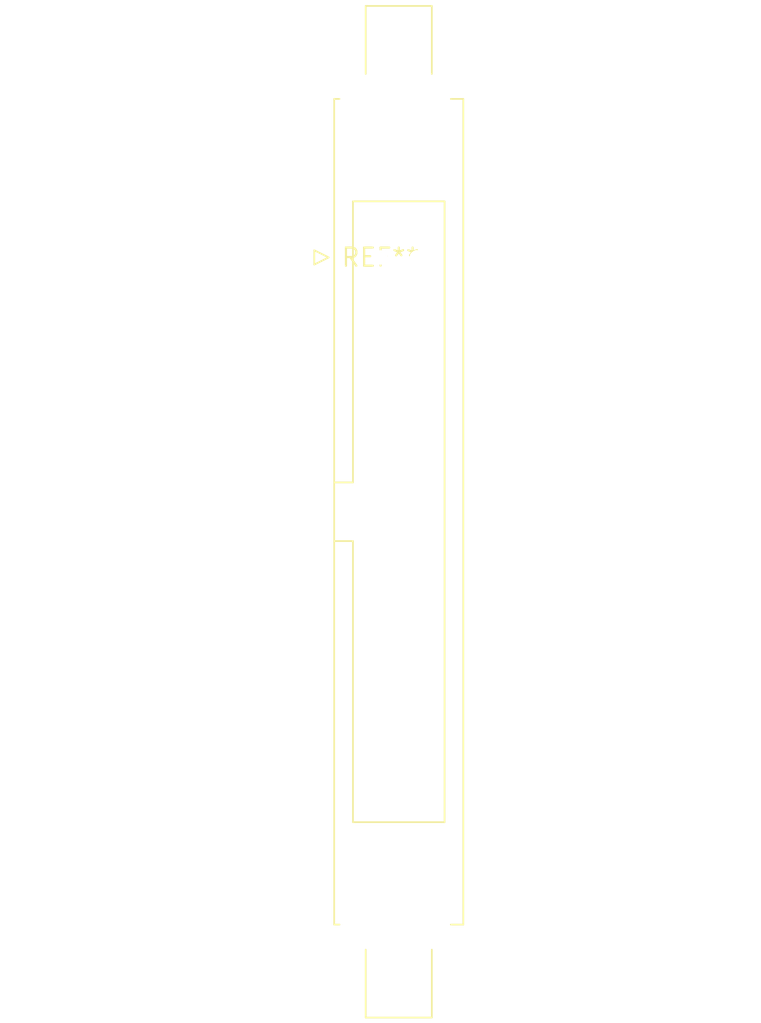
<source format=kicad_pcb>
(kicad_pcb (version 20240108) (generator pcbnew)
  (layers (0 "F.Cu" signal) (31 "B.Cu" signal) (34 "B.Paste" user) (35 "F.Paste" user) (36 "B.SilkS" user "B.Silkscreen") (37 "F.SilkS" user "F.Silkscreen") (38 "B.Mask" user) (39 "F.Mask" user) (44 "Edge.Cuts" user))
  (net 0 "")
  (footprint "IDC-Header_2x15-1MP_P2.54mm_Latch6.5mm_Vertical" (layer "F.Cu") (at 0 0)
    (property "Reference" "REF**")
    (property "Value" "IDC-Header_2x15-1MP_P2.54mm_Latch6.5mm_Vertical")
    (fp_line (start -4.63 -0.5) (end -4.63 0.5) (layer "F.SilkS") (stroke (width 0.12)))
    (fp_line (start -4.63 0.5) (end -3.63 0) (layer "F.SilkS") (stroke (width 0.12)))
    (fp_line (start -3.63 0) (end -4.63 -0.5) (layer "F.SilkS") (stroke (width 0.12)))
    (fp_line (start -3.24 -11.08) (end -3.24 46.64) (layer "F.SilkS") (stroke (width 0.12)))
    (fp_line (start -3.24 15.73) (end -1.93 15.73) (layer "F.SilkS") (stroke (width 0.12)))
    (fp_line (start -3.24 46.64) (end -2.87 46.64) (layer "F.SilkS") (stroke (width 0.12)))
    (fp_line (start -2.87 -11.08) (end -3.24 -11.08) (layer "F.SilkS") (stroke (width 0.12)))
    (fp_line (start -1.93 -3.92) (end 4.47 -3.92) (layer "F.SilkS") (stroke (width 0.12)))
    (fp_line (start -1.93 15.73) (end -1.93 -3.92) (layer "F.SilkS") (stroke (width 0.12)))
    (fp_line (start -1.93 19.83) (end -3.24 19.83) (layer "F.SilkS") (stroke (width 0.12)))
    (fp_line (start -1.93 19.83) (end -1.93 19.83) (layer "F.SilkS") (stroke (width 0.12)))
    (fp_line (start -1.93 39.48) (end -1.93 19.83) (layer "F.SilkS") (stroke (width 0.12)))
    (fp_line (start -1.04 -17.58) (end 3.58 -17.58) (layer "F.SilkS") (stroke (width 0.12)))
    (fp_line (start -1.04 -12.83) (end -1.04 -17.58) (layer "F.SilkS") (stroke (width 0.12)))
    (fp_line (start -1.04 48.39) (end -1.04 53.14) (layer "F.SilkS") (stroke (width 0.12)))
    (fp_line (start -1.04 53.14) (end 3.58 53.14) (layer "F.SilkS") (stroke (width 0.12)))
    (fp_line (start 3.58 -17.58) (end 3.58 -12.83) (layer "F.SilkS") (stroke (width 0.12)))
    (fp_line (start 3.58 53.14) (end 3.58 48.39) (layer "F.SilkS") (stroke (width 0.12)))
    (fp_line (start 4.47 -3.92) (end 4.47 39.48) (layer "F.SilkS") (stroke (width 0.12)))
    (fp_line (start 4.47 39.48) (end -1.93 39.48) (layer "F.SilkS") (stroke (width 0.12)))
    (fp_line (start 4.91 -11.08) (end 5.78 -11.08) (layer "F.SilkS") (stroke (width 0.12)))
    (fp_line (start 5.78 -11.08) (end 5.78 46.64) (layer "F.SilkS") (stroke (width 0.12)))
    (fp_line (start 5.78 46.64) (end 4.91 46.64) (layer "F.SilkS") (stroke (width 0.12)))
    (pad "1" thru_hole roundrect (at 0 0) (size 1.7 1.7) (drill 1) (layers *.Cu *.Mask) (remove_unused_layers) (roundrect_rratio 0.147059))
    (pad "2" thru_hole circle (at 2.54 0) (size 1.7 1.7) (drill 1) (layers *.Cu *.Mask) (remove_unused_layers))
    (pad "3" thru_hole circle (at 0 2.54) (size 1.7 1.7) (drill 1) (layers *.Cu *.Mask) (remove_unused_layers))
    (pad "4" thru_hole circle (at 2.54 2.54) (size 1.7 1.7) (drill 1) (layers *.Cu *.Mask) (remove_unused_layers))
    (pad "5" thru_hole circle (at 0 5.08) (size 1.7 1.7) (drill 1) (layers *.Cu *.Mask) (remove_unused_layers))
    (pad "6" thru_hole circle (at 2.54 5.08) (size 1.7 1.7) (drill 1) (layers *.Cu *.Mask) (remove_unused_layers))
    (pad "7" thru_hole circle (at 0 7.62) (size 1.7 1.7) (drill 1) (layers *.Cu *.Mask) (remove_unused_layers))
    (pad "8" thru_hole circle (at 2.54 7.62) (size 1.7 1.7) (drill 1) (layers *.Cu *.Mask) (remove_unused_layers))
    (pad "9" thru_hole circle (at 0 10.16) (size 1.7 1.7) (drill 1) (layers *.Cu *.Mask) (remove_unused_layers))
    (pad "10" thru_hole circle (at 2.54 10.16) (size 1.7 1.7) (drill 1) (layers *.Cu *.Mask) (remove_unused_layers))
    (pad "11" thru_hole circle (at 0 12.7) (size 1.7 1.7) (drill 1) (layers *.Cu *.Mask) (remove_unused_layers))
    (pad "12" thru_hole circle (at 2.54 12.7) (size 1.7 1.7) (drill 1) (layers *.Cu *.Mask) (remove_unused_layers))
    (pad "13" thru_hole circle (at 0 15.24) (size 1.7 1.7) (drill 1) (layers *.Cu *.Mask) (remove_unused_layers))
    (pad "14" thru_hole circle (at 2.54 15.24) (size 1.7 1.7) (drill 1) (layers *.Cu *.Mask) (remove_unused_layers))
    (pad "15" thru_hole circle (at 0 17.78) (size 1.7 1.7) (drill 1) (layers *.Cu *.Mask) (remove_unused_layers))
    (pad "16" thru_hole circle (at 2.54 17.78) (size 1.7 1.7) (drill 1) (layers *.Cu *.Mask) (remove_unused_layers))
    (pad "17" thru_hole circle (at 0 20.32) (size 1.7 1.7) (drill 1) (layers *.Cu *.Mask) (remove_unused_layers))
    (pad "18" thru_hole circle (at 2.54 20.32) (size 1.7 1.7) (drill 1) (layers *.Cu *.Mask) (remove_unused_layers))
    (pad "19" thru_hole circle (at 0 22.86) (size 1.7 1.7) (drill 1) (layers *.Cu *.Mask) (remove_unused_layers))
    (pad "20" thru_hole circle (at 2.54 22.86) (size 1.7 1.7) (drill 1) (layers *.Cu *.Mask) (remove_unused_layers))
    (pad "21" thru_hole circle (at 0 25.4) (size 1.7 1.7) (drill 1) (layers *.Cu *.Mask) (remove_unused_layers))
    (pad "22" thru_hole circle (at 2.54 25.4) (size 1.7 1.7) (drill 1) (layers *.Cu *.Mask) (remove_unused_layers))
    (pad "23" thru_hole circle (at 0 27.94) (size 1.7 1.7) (drill 1) (layers *.Cu *.Mask) (remove_unused_layers))
    (pad "24" thru_hole circle (at 2.54 27.94) (size 1.7 1.7) (drill 1) (layers *.Cu *.Mask) (remove_unused_layers))
    (pad "25" thru_hole circle (at 0 30.48) (size 1.7 1.7) (drill 1) (layers *.Cu *.Mask) (remove_unused_layers))
    (pad "26" thru_hole circle (at 2.54 30.48) (size 1.7 1.7) (drill 1) (layers *.Cu *.Mask) (remove_unused_layers))
    (pad "27" thru_hole circle (at 0 33.02) (size 1.7 1.7) (drill 1) (layers *.Cu *.Mask) (remove_unused_layers))
    (pad "28" thru_hole circle (at 2.54 33.02) (size 1.7 1.7) (drill 1) (layers *.Cu *.Mask) (remove_unused_layers))
    (pad "29" thru_hole circle (at 0 35.56) (size 1.7 1.7) (drill 1) (layers *.Cu *.Mask) (remove_unused_layers))
    (pad "30" thru_hole circle (at 2.54 35.56) (size 1.7 1.7) (drill 1) (layers *.Cu *.Mask) (remove_unused_layers))
    (pad "MP" thru_hole circle (at 1.02 -8.94) (size 8 8) (drill 2.69) (layers *.Cu *.Mask) (remove_unused_layers))
    (pad "MP" thru_hole circle (at 1.02 44.5) (size 8 8) (drill 2.69) (layers *.Cu *.Mask) (remove_unused_layers))
  )
)
</source>
